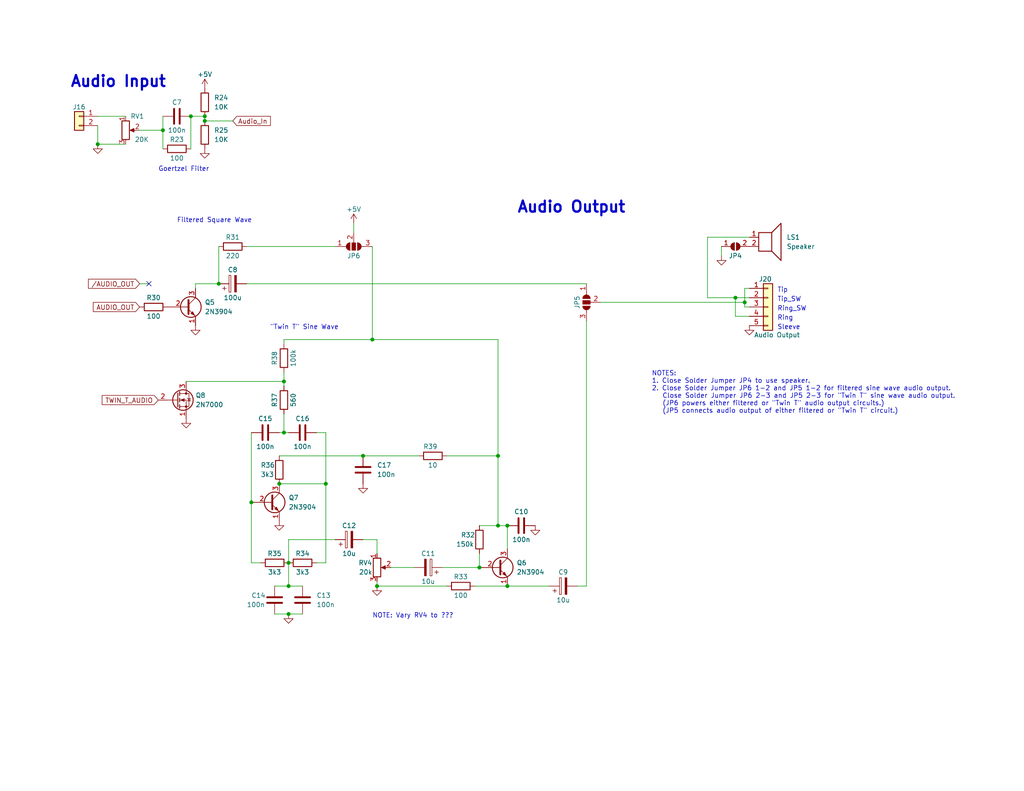
<source format=kicad_sch>
(kicad_sch (version 20230121) (generator eeschema)
  (paper "USLetter")
  (title_block (title "Arduino Mega2560 K3NG Keyer - Audio Circuits") (date "2024-03-12") (rev "0.1") (company "EZ Electronics"))
  (lib_symbols
    (symbol "Connector_Generic:Conn_01x02" (pin_names (offset 1.016) hide)
      (property "Reference" "J" (at 0 2.54 0))
      (property "Value" "Conn_01x02" (at 0 -5.08 0))
      (symbol "Conn_01x02_1_1"
        (rectangle (start -1.27 -2.413) (end 0 -2.667) (stroke (width 0.1524)))
        (rectangle (start -1.27 0.127) (end 0 -0.127) (stroke (width 0.1524)))
        (rectangle (start -1.27 1.27) (end 1.27 -3.81) (stroke (width 0.254)) (fill (type background)))
        (pin passive line (at -5.08 0 0) (length 3.81) (name "Pin_1") (number "1"))
        (pin passive line (at -5.08 -2.54 0) (length 3.81) (name "Pin_2") (number "2"))
      )
    )
    (symbol "Connector_Generic:Conn_01x05" (pin_names (offset 1.016) hide)
      (property "Reference" "J" (at 0 7.62 0))
      (property "Value" "Conn_01x05" (at 0 -7.62 0))
      (symbol "Conn_01x05_1_1"
        (rectangle (start -1.27 -4.953) (end 0 -5.207) (stroke (width 0.1524)))
        (rectangle (start -1.27 -2.413) (end 0 -2.667) (stroke (width 0.1524)))
        (rectangle (start -1.27 0.127) (end 0 -0.127) (stroke (width 0.1524)))
        (rectangle (start -1.27 2.667) (end 0 2.413) (stroke (width 0.1524)))
        (rectangle (start -1.27 5.207) (end 0 4.953) (stroke (width 0.1524)))
        (rectangle (start -1.27 6.35) (end 1.27 -6.35) (stroke (width 0.254)) (fill (type background)))
        (pin passive line (at -5.08 5.08 0) (length 3.81) (name "Pin_1") (number "1"))
        (pin passive line (at -5.08 2.54 0) (length 3.81) (name "Pin_2") (number "2"))
        (pin passive line (at -5.08 0 0) (length 3.81) (name "Pin_3") (number "3"))
        (pin passive line (at -5.08 -2.54 0) (length 3.81) (name "Pin_4") (number "4"))
        (pin passive line (at -5.08 -5.08 0) (length 3.81) (name "Pin_5") (number "5"))
      )
    )
    (symbol "Device:C" (pin_numbers hide) (pin_names (offset 0.254))
      (property "Reference" "C" (at 0.635 2.54 0))
      (property "Value" "C" (at 0.635 -2.54 0))
      (symbol "C_0_1"
        (polyline (pts (xy -2.032 -0.762) (xy 2.032 -0.762)) (stroke (width 0.508)))
        (polyline (pts (xy -2.032 0.762) (xy 2.032 0.762)) (stroke (width 0.508)))
      )
      (symbol "C_1_1"
        (pin passive line (at 0 3.81 270) (length 2.794) (name "~") (number "1"))
        (pin passive line (at 0 -3.81 90) (length 2.794) (name "~") (number "2"))
      )
    )
    (symbol "Device:C_Polarized" (pin_numbers hide) (pin_names (offset 0.254))
      (property "Reference" "C" (at 0.635 2.54 0))
      (property "Value" "C_Polarized" (at 0.635 -2.54 0))
      (symbol "C_Polarized_0_1"
        (rectangle (start -2.286 0.508) (end 2.286 1.016))
        (polyline (pts (xy -1.778 2.286) (xy -0.762 2.286)))
        (polyline (pts (xy -1.27 2.794) (xy -1.27 1.778)))
        (rectangle (start 2.286 -0.508) (end -2.286 -1.016) (fill (type outline)))
      )
      (symbol "C_Polarized_1_1"
        (pin passive line (at 0 3.81 270) (length 2.794) (name "~") (number "1"))
        (pin passive line (at 0 -3.81 90) (length 2.794) (name "~") (number "2"))
      )
    )
    (symbol "Device:R" (pin_numbers hide) (pin_names (offset 0))
      (property "Reference" "R" (at 2.032 0 90))
      (property "Value" "R" (at 0 0 90))
      (symbol "R_0_1"
        (rectangle (start -1.016 -2.54) (end 1.016 2.54) (stroke (width 0.254)))
      )
      (symbol "R_1_1"
        (pin passive line (at 0 3.81 270) (length 1.27) (name "~") (number "1"))
        (pin passive line (at 0 -3.81 90) (length 1.27) (name "~") (number "2"))
      )
    )
    (symbol "Device:R_Potentiometer" (pin_names (offset 1.016) hide)
      (property "Reference" "RV" (at -4.445 0 90))
      (property "Value" "R_Potentiometer" (at -2.54 0 90))
      (symbol "R_Potentiometer_0_1"
        (polyline (pts (xy 2.54 0) (xy 1.524 0)))
        (polyline (pts (xy 1.143 0) (xy 2.286 0.508) (xy 2.286 -0.508) (xy 1.143 0)) (fill (type outline)))
        (rectangle (start 1.016 2.54) (end -1.016 -2.54) (stroke (width 0.254)))
      )
      (symbol "R_Potentiometer_1_1"
        (pin passive line (at 0 3.81 270) (length 1.27) (name "1") (number "1"))
        (pin passive line (at 3.81 0 180) (length 1.27) (name "2") (number "2"))
        (pin passive line (at 0 -3.81 90) (length 1.27) (name "3") (number "3"))
      )
    )
    (symbol "Device:Speaker" (pin_names (offset 0) hide)
      (property "Reference" "LS" (at 1.27 5.715 0))
      (property "Value" "Speaker" (at 1.27 3.81 0))
      (symbol "Speaker_0_0"
        (rectangle (start -2.54 1.27) (end 1.016 -3.81) (stroke (width 0.254)))
        (polyline (pts (xy 1.016 1.27) (xy 3.556 3.81) (xy 3.556 -6.35) (xy 1.016 -3.81)) (stroke (width 0.254)))
      )
      (symbol "Speaker_1_1"
        (pin input line (at -5.08 0 0) (length 2.54) (name "1") (number "1"))
        (pin input line (at -5.08 -2.54 0) (length 2.54) (name "2") (number "2"))
      )
    )
    (symbol "Jumper:SolderJumper_2_Open" (pin_names (offset 0) hide)
      (property "Reference" "JP" (at 0 2.032 0))
      (property "Value" "SolderJumper_2_Open" (at 0 -2.54 0))
      (symbol "SolderJumper_2_Open_0_1"
        (arc (start -0.254 1.016) (mid -1.2656 0) (end -0.254 -1.016))
        (arc (start -0.254 1.016) (mid -1.2656 0) (end -0.254 -1.016) (fill (type outline)))
        (polyline (pts (xy -0.254 1.016) (xy -0.254 -1.016)))
        (polyline (pts (xy 0.254 1.016) (xy 0.254 -1.016)))
        (arc (start 0.254 -1.016) (mid 1.2656 0) (end 0.254 1.016))
        (arc (start 0.254 -1.016) (mid 1.2656 0) (end 0.254 1.016) (fill (type outline)))
      )
      (symbol "SolderJumper_2_Open_1_1"
        (pin passive line (at -3.81 0 0) (length 2.54) (name "A") (number "1"))
        (pin passive line (at 3.81 0 180) (length 2.54) (name "B") (number "2"))
      )
    )
    (symbol "Jumper:SolderJumper_3_Open" (pin_names (offset 0) hide)
      (property "Reference" "JP" (at -2.54 -2.54 0))
      (property "Value" "SolderJumper_3_Open" (at 0 2.794 0))
      (symbol "SolderJumper_3_Open_0_1"
        (arc (start -1.016 1.016) (mid -2.0276 0) (end -1.016 -1.016))
        (arc (start -1.016 1.016) (mid -2.0276 0) (end -1.016 -1.016) (fill (type outline)))
        (rectangle (start -0.508 1.016) (end 0.508 -1.016) (fill (type outline)))
        (polyline (pts (xy -2.54 0) (xy -2.032 0)))
        (polyline (pts (xy -1.016 1.016) (xy -1.016 -1.016)))
        (polyline (pts (xy 0 -1.27) (xy 0 -1.016)))
        (polyline (pts (xy 1.016 1.016) (xy 1.016 -1.016)))
        (polyline (pts (xy 2.54 0) (xy 2.032 0)))
        (arc (start 1.016 -1.016) (mid 2.0276 0) (end 1.016 1.016))
        (arc (start 1.016 -1.016) (mid 2.0276 0) (end 1.016 1.016) (fill (type outline)))
      )
      (symbol "SolderJumper_3_Open_1_1"
        (pin passive line (at -5.08 0 0) (length 2.54) (name "A") (number "1"))
        (pin passive line (at 0 -3.81 90) (length 2.54) (name "C") (number "2"))
        (pin passive line (at 5.08 0 180) (length 2.54) (name "B") (number "3"))
      )
    )
    (symbol "Transistor_BJT:2N3904" (pin_names (offset 0) hide)
      (property "Reference" "Q" (at 5.08 1.905 0))
      (property "Value" "2N3904" (at 5.08 0 0))
      (symbol "2N3904_0_1"
        (polyline (pts (xy 0.635 0.635) (xy 2.54 2.54)))
        (polyline (pts (xy 0.635 -0.635) (xy 2.54 -2.54) (xy 2.54 -2.54)))
        (polyline (pts (xy 0.635 1.905) (xy 0.635 -1.905) (xy 0.635 -1.905)) (stroke (width 0.508)))
        (polyline (pts (xy 1.27 -1.778) (xy 1.778 -1.27) (xy 2.286 -2.286) (xy 1.27 -1.778) (xy 1.27 -1.778)) (fill (type outline)))
        (circle (center 1.27 0) (radius 2.8194) (stroke (width 0.254)))
      )
      (symbol "2N3904_1_1"
        (pin passive line (at 2.54 -5.08 90) (length 2.54) (name "E") (number "1"))
        (pin passive line (at -5.08 0 0) (length 5.715) (name "B") (number "2"))
        (pin passive line (at 2.54 5.08 270) (length 2.54) (name "C") (number "3"))
      )
    )
    (symbol "Transistor_FET:2N7000" (pin_names hide)
      (property "Reference" "Q" (at 5.08 1.905 0))
      (property "Value" "2N7000" (at 5.08 0 0))
      (symbol "2N7000_0_1"
        (polyline (pts (xy 0.254 0) (xy -2.54 0)))
        (polyline (pts (xy 0.254 1.905) (xy 0.254 -1.905)) (stroke (width 0.254)))
        (polyline (pts (xy 0.762 -1.27) (xy 0.762 -2.286)) (stroke (width 0.254)))
        (polyline (pts (xy 0.762 0.508) (xy 0.762 -0.508)) (stroke (width 0.254)))
        (polyline (pts (xy 0.762 2.286) (xy 0.762 1.27)) (stroke (width 0.254)))
        (polyline (pts (xy 2.54 2.54) (xy 2.54 1.778)))
        (polyline (pts (xy 2.54 -2.54) (xy 2.54 0) (xy 0.762 0)))
        (polyline (pts (xy 0.762 -1.778) (xy 3.302 -1.778) (xy 3.302 1.778) (xy 0.762 1.778)))
        (polyline (pts (xy 1.016 0) (xy 2.032 0.381) (xy 2.032 -0.381) (xy 1.016 0)) (fill (type outline)))
        (polyline (pts (xy 2.794 0.508) (xy 2.921 0.381) (xy 3.683 0.381) (xy 3.81 0.254)))
        (polyline (pts (xy 3.302 0.381) (xy 2.921 -0.254) (xy 3.683 -0.254) (xy 3.302 0.381)))
        (circle (center 1.651 0) (radius 2.794) (stroke (width 0.254)))
        (circle (center 2.54 -1.778) (radius 0.254) (fill (type outline)))
        (circle (center 2.54 1.778) (radius 0.254) (fill (type outline)))
      )
      (symbol "2N7000_1_1"
        (pin passive line (at 2.54 -5.08 90) (length 2.54) (name "S") (number "1"))
        (pin input line (at -5.08 0 0) (length 2.54) (name "G") (number "2"))
        (pin passive line (at 2.54 5.08 270) (length 2.54) (name "D") (number "3"))
      )
    )
    (symbol "power:+5V" (power) (pin_names (offset 0))
      (property "Value" "+5V" (at 0 3.556 0))
      (symbol "+5V_0_1"
        (polyline (pts (xy -0.762 1.27) (xy 0 2.54)))
        (polyline (pts (xy 0 0) (xy 0 2.54)))
        (polyline (pts (xy 0 2.54) (xy 0.762 1.27)))
      )
      (symbol "+5V_1_1"
        (pin power_in line (at 0 0 90) (length 0) hide (name "+5V") (number "1"))
      )
    )
    (symbol "power:GND" (power) (pin_names (offset 0))
      (property "Value" "GND" (at 0 -3.81 0))
      (symbol "GND_0_1"
        (polyline (pts (xy 0 0) (xy 0 -1.27) (xy 1.27 -1.27) (xy 0 -2.54) (xy -1.27 -1.27) (xy 0 -1.27)))
      )
      (symbol "GND_1_1"
        (pin power_in line (at 0 0 270) (length 0) hide (name "GND") (number "1"))
      )
    )
  )
  (junction (at 77.47 118.11))
  (junction (at 44.45 35.56))
  (junction (at 200.66 81.28))
  (junction (at 101.6 92.71))
  (junction (at 78.74 153.67))
  (junction (at 130.81 154.94))
  (junction (at 52.07 31.75))
  (junction (at 138.43 143.51))
  (junction (at 138.43 160.02))
  (junction (at 68.58 137.16))
  (junction (at 55.88 31.75))
  (junction (at 88.9 132.08))
  (junction (at 77.47 104.14))
  (junction (at 59.69 77.47))
  (junction (at 78.74 160.02))
  (junction (at 76.2 132.08))
  (junction (at 55.88 33.02))
  (junction (at 102.87 160.02))
  (junction (at 78.74 167.64))
  (junction (at 99.06 124.46))
  (junction (at 203.2 82.55))
  (junction (at 135.89 143.51))
  (junction (at 26.67 39.37))
  (junction (at 135.89 124.46))
  (no_connect (at 40.64 77.47))
  (wire (pts (xy 203.2 78.74) (xy 203.2 82.55)))
  (wire (pts (xy 203.2 82.55) (xy 203.2 83.82)))
  (wire (pts (xy 55.88 31.75) (xy 55.88 33.02)))
  (wire (pts (xy 130.81 143.51) (xy 135.89 143.51)))
  (wire (pts (xy 26.67 31.75) (xy 34.29 31.75)))
  (wire (pts (xy 120.65 154.94) (xy 130.81 154.94)))
  (wire (pts (xy 204.47 81.28) (xy 200.66 81.28)))
  (wire (pts (xy 200.66 81.28) (xy 193.04 81.28)))
  (wire (pts (xy 135.89 143.51) (xy 138.43 143.51)))
  (wire (pts (xy 52.07 31.75) (xy 52.07 40.64)))
  (wire (pts (xy 102.87 147.32) (xy 102.87 151.13)))
  (wire (pts (xy 26.67 39.37) (xy 26.67 34.29)))
  (wire (pts (xy 78.74 160.02) (xy 82.55 160.02)))
  (wire (pts (xy 138.43 160.02) (xy 149.86 160.02)))
  (wire (pts (xy 200.66 81.28) (xy 200.66 86.36)))
  (wire (pts (xy 101.6 67.31) (xy 101.6 92.71)))
  (wire (pts (xy 77.47 92.71) (xy 101.6 92.71)))
  (wire (pts (xy 44.45 35.56) (xy 44.45 40.64)))
  (wire (pts (xy 88.9 118.11) (xy 86.36 118.11)))
  (wire (pts (xy 193.04 81.28) (xy 193.04 64.77)))
  (wire (pts (xy 102.87 160.02) (xy 102.87 158.75)))
  (wire (pts (xy 74.93 160.02) (xy 78.74 160.02)))
  (wire (pts (xy 77.47 101.6) (xy 77.47 104.14)))
  (wire (pts (xy 77.47 104.14) (xy 77.47 105.41)))
  (wire (pts (xy 135.89 124.46) (xy 135.89 143.51)))
  (wire (pts (xy 91.44 147.32) (xy 78.74 147.32)))
  (wire (pts (xy 78.74 153.67) (xy 78.74 160.02)))
  (wire (pts (xy 77.47 113.03) (xy 77.47 118.11)))
  (wire (pts (xy 55.88 33.02) (xy 63.5 33.02)))
  (wire (pts (xy 52.07 31.75) (xy 55.88 31.75)))
  (wire (pts (xy 121.92 160.02) (xy 102.87 160.02)))
  (wire (pts (xy 67.31 67.31) (xy 91.44 67.31)))
  (wire (pts (xy 99.06 124.46) (xy 114.3 124.46)))
  (wire (pts (xy 76.2 124.46) (xy 99.06 124.46)))
  (wire (pts (xy 106.68 154.94) (xy 113.03 154.94)))
  (wire (pts (xy 193.04 64.77) (xy 204.47 64.77)))
  (wire (pts (xy 121.92 124.46) (xy 135.89 124.46)))
  (wire (pts (xy 38.1 35.56) (xy 44.45 35.56)))
  (wire (pts (xy 204.47 78.74) (xy 203.2 78.74)))
  (wire (pts (xy 77.47 118.11) (xy 78.74 118.11)))
  (wire (pts (xy 101.6 92.71) (xy 135.89 92.71)))
  (wire (pts (xy 77.47 92.71) (xy 77.47 93.98)))
  (wire (pts (xy 38.1 77.47) (xy 40.64 77.47)))
  (wire (pts (xy 76.2 132.08) (xy 88.9 132.08)))
  (wire (pts (xy 68.58 118.11) (xy 68.58 137.16)))
  (wire (pts (xy 96.52 60.96) (xy 96.52 63.5)))
  (wire (pts (xy 204.47 83.82) (xy 203.2 83.82)))
  (wire (pts (xy 135.89 92.71) (xy 135.89 124.46)))
  (wire (pts (xy 59.69 67.31) (xy 59.69 77.47)))
  (wire (pts (xy 88.9 153.67) (xy 86.36 153.67)))
  (wire (pts (xy 130.81 151.13) (xy 130.81 154.94)))
  (wire (pts (xy 160.02 160.02) (xy 157.48 160.02)))
  (wire (pts (xy 26.67 39.37) (xy 34.29 39.37)))
  (wire (pts (xy 160.02 87.63) (xy 160.02 160.02)))
  (wire (pts (xy 88.9 132.08) (xy 88.9 153.67)))
  (wire (pts (xy 78.74 147.32) (xy 78.74 153.67)))
  (wire (pts (xy 196.85 69.85) (xy 196.85 67.31)))
  (wire (pts (xy 50.8 104.14) (xy 77.47 104.14)))
  (wire (pts (xy 68.58 153.67) (xy 68.58 137.16)))
  (wire (pts (xy 204.47 86.36) (xy 200.66 86.36)))
  (wire (pts (xy 78.74 167.64) (xy 82.55 167.64)))
  (wire (pts (xy 67.31 77.47) (xy 160.02 77.47)))
  (wire (pts (xy 163.83 82.55) (xy 203.2 82.55)))
  (wire (pts (xy 44.45 35.56) (xy 44.45 31.75)))
  (wire (pts (xy 71.12 153.67) (xy 68.58 153.67)))
  (wire (pts (xy 138.43 143.51) (xy 138.43 149.86)))
  (wire (pts (xy 129.54 160.02) (xy 138.43 160.02)))
  (wire (pts (xy 53.34 77.47) (xy 59.69 77.47)))
  (wire (pts (xy 53.34 78.74) (xy 53.34 77.47)))
  (wire (pts (xy 88.9 118.11) (xy 88.9 132.08)))
  (wire (pts (xy 99.06 147.32) (xy 102.87 147.32)))
  (wire (pts (xy 76.2 118.11) (xy 77.47 118.11)))
  (wire (pts (xy 74.93 167.64) (xy 78.74 167.64)))
  (text "Filtered Square Wave" (at 48.26 60.96 0) (effects (font (size 1.27 1.27)) (justify left bottom)))
  (text "Tip" (at 212.09 80.01 0) (effects (font (size 1.27 1.27)) (justify left bottom)))
  (text "NOTE: Vary RV4 to ???" (at 101.6 168.91 0) (effects (font (size 1.27 1.27)) (justify left bottom)))
  (text "\"Twin T\" Sine Wave" (at 73.66 90.17 0) (effects (font (size 1.27 1.27)) (justify left bottom)))
  (text "Audio Input" (at 19.05 24.13 0) (effects (font (size 3 3) (thickness 0.6) bold) (justify left bottom)))
  (text "Goertzel Filter" (at 43.18 46.99 0) (effects (font (size 1.27 1.27)) (justify left bottom)))
  (text "Ring" (at 212.09 87.63 0) (effects (font (size 1.27 1.27)) (justify left bottom)))
  (text "Sleeve" (at 212.09 90.17 0) (effects (font (size 1.27 1.27)) (justify left bottom)))
  (text "Tip_SW" (at 212.09 82.55 0) (effects (font (size 1.27 1.27)) (justify left bottom)))
  (text "NOTES:\n1. Close Solder Jumper JP4 to use speaker.\n2. Close Solder Jumper JP6 1-2 and JP5 1-2 for filtered sine wave audio output.\n   Close Solder Jumper JP6 2-3 and JP5 2-3 for \"Twin T\" sine wave audio output.\n   (JP6 powers either filtered or \"Twin T\" audio output circuits.)\n   (JP5 connects audio output of either filtered or \"Twin T\" circuit.)" (at 177.8 113.03 0) (effects (font (size 1.27 1.27)) (justify left bottom)))
  (text "Ring_SW" (at 212.09 85.09 0) (effects (font (size 1.27 1.27)) (justify left bottom)))
  (text "Audio Output" (at 140.97 58.42 0) (effects (font (size 3 3) (thickness 0.6) bold) (justify left bottom)))
  (global_label "AUDIO_OUT" (shape input) (at 38.1 83.82 180) (property "Intersheetrefs" "${INTERSHEET_REFS}" (effects hide)))
  (global_label "{slash}AUDIO_OUT" (shape input) (at 38.1 77.47 180) (property "Intersheetrefs" "${INTERSHEET_REFS}" (effects hide)))
  (global_label "Audio_In" (shape input) (at 63.5 33.02 0) (property "Intersheetrefs" "${INTERSHEET_REFS}" (effects hide)))
  (global_label "TWIN_T_AUDIO" (shape input) (at 43.18 109.22 180) (property "Intersheetrefs" "${INTERSHEET_REFS}" (effects hide)))
  (symbol (lib_id "Device:R") (at 55.88 27.94 0) (unit 1)
    (property "Reference" "R24" (at 58.42 26.67 0) (effects (justify left)))
    (property "Value" "10K" (at 58.42 29.21 0) (effects (justify left)))
  )
  (symbol (lib_id "Device:C") (at 82.55 118.11 90) (unit 1)
    (property "Reference" "C16" (at 82.55 114.3 90))
    (property "Value" "100n" (at 82.55 121.92 90))
    (property "Footprint" "Capacitor_SMD:C_1206_3216Metric" (effects hide))
    (property "JLCPCB_PN" "C3839854" (effects hide))
  )
  (symbol (lib_id "Transistor_BJT:2N3904") (at 50.8 83.82 0) (unit 1)
    (property "Reference" "Q5" (at 55.88 82.55 0) (effects (justify left)))
    (property "Value" "2N3904" (at 55.88 85.09 0) (effects (justify left)))
    (property "Footprint" "Package_TO_SOT_THT:TO-92_Inline" (effects hide))
    (property "Datasheet" "https://www.onsemi.com/pub/Collateral/2N3903-D.PDF" (effects hide))
  )
  (symbol (lib_id "Device:Speaker") (at 209.55 64.77 0) (unit 1)
    (property "Reference" "LS1" (at 214.63 64.77 0) (effects (justify left)))
    (property "Value" "Speaker" (at 214.63 67.31 0) (effects (justify left)))
  )
  (symbol (lib_id "power:GND") (at 99.06 132.08 0) (unit 1)
    (property "Reference" "#PWR041" (effects hide))
    (property "Value" "GND" (effects hide))
  )
  (symbol (lib_id "Jumper:SolderJumper_2_Open") (at 200.66 67.31 0) (unit 1)
    (property "Reference" "JP4" (at 200.66 69.85 0))
    (property "Value" "SolderJumper_2_Open" (effects hide))
  )
  (symbol (lib_id "Device:R") (at 130.81 147.32 0) (unit 1)
    (property "Reference" "R32" (at 125.73 146.05 0) (effects (justify left)))
    (property "Value" "150k" (at 124.46 148.59 0) (effects (justify left)))
  )
  (symbol (lib_id "Jumper:SolderJumper_3_Open") (at 96.52 67.31 0) (mirror x) (unit 1)
    (property "Reference" "JP6" (at 96.52 69.85 0))
    (property "Value" "SolderJumper_3_Open" (effects hide))
  )
  (symbol (lib_id "power:GND") (at 26.67 39.37 0) (unit 1)
    (property "Reference" "#PWR022" (effects hide))
    (property "Value" "GND" (effects hide))
  )
  (symbol (lib_id "Device:C") (at 72.39 118.11 90) (unit 1)
    (property "Reference" "C15" (at 72.39 114.3 90))
    (property "Value" "100n" (at 72.39 121.92 90))
    (property "Footprint" "Capacitor_SMD:C_1206_3216Metric" (effects hide))
    (property "JLCPCB_PN" "C3839854" (effects hide))
  )
  (symbol (lib_id "Device:C_Polarized") (at 153.67 160.02 90) (unit 1)
    (property "Reference" "C9" (at 153.67 156.21 90))
    (property "Value" "10u" (at 153.67 163.83 90))
  )
  (symbol (lib_id "Device:C") (at 48.26 31.75 90) (unit 1)
    (property "Reference" "C7" (at 48.26 27.94 90))
    (property "Value" "100n" (at 48.26 35.56 90))
    (property "Footprint" "Capacitor_SMD:C_1206_3216Metric" (effects hide))
    (property "JLCPCB_PN" "C3839854" (effects hide))
  )
  (symbol (lib_id "power:GND") (at 53.34 88.9 0) (unit 1)
    (property "Reference" "#PWR032" (effects hide))
    (property "Value" "GND" (effects hide))
  )
  (symbol (lib_id "Connector_Generic:Conn_01x05") (at 209.55 83.82 0) (unit 1)
    (property "Reference" "J20" (at 207.01 76.2 0) (effects (justify left)))
    (property "Value" "Audio Output" (at 205.74 91.44 0) (effects (justify left)))
  )
  (symbol (lib_id "power:GND") (at 196.85 69.85 0) (unit 1)
    (property "Reference" "#PWR034" (effects hide))
    (property "Value" "GND" (effects hide))
  )
  (symbol (lib_id "Jumper:SolderJumper_3_Open") (at 160.02 82.55 90) (mirror x) (unit 1)
    (property "Reference" "JP5" (at 157.48 82.55 0))
    (property "Value" "SolderJumper_3_Open" (effects hide))
  )
  (symbol (lib_id "power:GND") (at 204.47 88.9 0) (unit 1)
    (property "Reference" "#PWR035" (effects hide))
    (property "Value" "GND" (effects hide))
  )
  (symbol (lib_id "Device:R") (at 82.55 153.67 90) (unit 1)
    (property "Reference" "R34" (at 82.55 151.13 90))
    (property "Value" "3k3" (at 82.55 156.21 90))
  )
  (symbol (lib_id "Device:R") (at 125.73 160.02 90) (unit 1)
    (property "Reference" "R33" (at 125.73 157.48 90))
    (property "Value" "100" (at 125.73 162.56 90))
  )
  (symbol (lib_id "power:GND") (at 76.2 142.24 0) (unit 1)
    (property "Reference" "#PWR039" (effects hide))
    (property "Value" "GND" (effects hide))
  )
  (symbol (lib_id "Transistor_BJT:2N3904") (at 73.66 137.16 0) (unit 1)
    (property "Reference" "Q7" (at 78.74 135.89 0) (effects (justify left)))
    (property "Value" "2N3904" (at 78.74 138.43 0) (effects (justify left)))
    (property "Footprint" "Package_TO_SOT_THT:TO-92_Inline" (effects hide))
    (property "Datasheet" "https://www.onsemi.com/pub/Collateral/2N3903-D.PDF" (effects hide))
  )
  (symbol (lib_id "Transistor_FET:2N7000") (at 48.26 109.22 0) (unit 1)
    (property "Reference" "Q8" (at 53.34 107.95 0) (effects (justify left)))
    (property "Value" "2N7000" (at 53.34 110.49 0) (effects (justify left)))
    (property "Footprint" "Package_TO_SOT_THT:TO-92_Inline" (effects hide))
    (property "Datasheet" "https://www.vishay.com/docs/70226/70226.pdf" (effects hide))
  )
  (symbol (lib_id "power:GND") (at 55.88 40.64 0) (unit 1)
    (property "Reference" "#PWR024" (effects hide))
    (property "Value" "GND" (effects hide))
  )
  (symbol (lib_id "Device:R") (at 118.11 124.46 90) (unit 1)
    (property "Reference" "R39" (at 119.38 121.92 90) (effects (justify left)))
    (property "Value" "10" (at 119.38 127 90) (effects (justify left)))
  )
  (symbol (lib_id "Device:C") (at 142.24 143.51 90) (unit 1)
    (property "Reference" "C10" (at 142.24 139.7 90))
    (property "Value" "100n" (at 142.24 147.32 90))
    (property "Footprint" "Capacitor_SMD:C_1206_3216Metric" (effects hide))
    (property "JLCPCB_PN" "C3839854" (effects hide))
  )
  (symbol (lib_id "power:GND") (at 146.05 143.51 0) (unit 1)
    (property "Reference" "#PWR036" (effects hide))
    (property "Value" "GND" (effects hide))
  )
  (symbol (lib_id "Device:C_Polarized") (at 63.5 77.47 90) (unit 1)
    (property "Reference" "C8" (at 63.5 73.66 90))
    (property "Value" "100u" (at 63.5 81.28 90))
  )
  (symbol (lib_id "Device:R") (at 74.93 153.67 90) (unit 1)
    (property "Reference" "R35" (at 74.93 151.13 90))
    (property "Value" "3k3" (at 74.93 156.21 90))
  )
  (symbol (lib_id "Device:C_Polarized") (at 95.25 147.32 90) (unit 1)
    (property "Reference" "C12" (at 95.25 143.51 90))
    (property "Value" "10u" (at 95.25 151.13 90))
  )
  (symbol (lib_id "Device:R") (at 76.2 128.27 0) (unit 1)
    (property "Reference" "R36" (at 71.12 127 0) (effects (justify left)))
    (property "Value" "3k3" (at 71.12 129.54 0) (effects (justify left)))
  )
  (symbol (lib_id "Device:R") (at 63.5 67.31 90) (unit 1)
    (property "Reference" "R31" (at 63.5 64.77 90))
    (property "Value" "220" (at 63.5 69.85 90))
  )
  (symbol (lib_id "power:GND") (at 50.8 114.3 0) (unit 1)
    (property "Reference" "#PWR040" (effects hide))
    (property "Value" "GND" (effects hide))
  )
  (symbol (lib_id "Device:R") (at 55.88 36.83 0) (unit 1)
    (property "Reference" "R25" (at 58.42 35.56 0) (effects (justify left)))
    (property "Value" "10K" (at 58.42 38.1 0) (effects (justify left)))
  )
  (symbol (lib_id "Device:R") (at 48.26 40.64 90) (unit 1)
    (property "Reference" "R23" (at 48.26 38.1 90))
    (property "Value" "100" (at 48.26 43.18 90))
  )
  (symbol (lib_id "Device:R") (at 77.47 109.22 180) (unit 1)
    (property "Reference" "R37" (at 74.93 109.22 90))
    (property "Value" "560" (at 80.01 109.22 90))
  )
  (symbol (lib_id "Connector_Generic:Conn_01x02") (at 21.59 31.75 0) (mirror y) (unit 1)
    (property "Reference" "J16" (at 21.59 29.21 0))
    (property "Value" "Conn_01x02" (effects hide))
  )
  (symbol (lib_id "Device:R_Potentiometer") (at 102.87 154.94 0) (unit 1)
    (property "Reference" "RV4" (at 101.6 153.67 0) (effects (justify right)))
    (property "Value" "20k" (at 101.6 156.21 0) (effects (justify right)))
  )
  (symbol (lib_id "power:GND") (at 102.87 160.02 0) (unit 1)
    (property "Reference" "#PWR037" (effects hide))
    (property "Value" "GND" (effects hide))
  )
  (symbol (lib_id "power:GND") (at 78.74 167.64 0) (unit 1)
    (property "Reference" "#PWR038" (effects hide))
    (property "Value" "GND" (effects hide))
  )
  (symbol (lib_id "Device:C_Polarized") (at 116.84 154.94 270) (mirror x) (unit 1)
    (property "Reference" "C11" (at 116.84 151.13 90))
    (property "Value" "10u" (at 116.84 158.75 90))
  )
  (symbol (lib_id "Device:R") (at 41.91 83.82 90) (unit 1)
    (property "Reference" "R30" (at 41.91 81.28 90))
    (property "Value" "100" (at 41.91 86.36 90))
  )
  (symbol (lib_id "Device:R") (at 77.47 97.79 180) (unit 1)
    (property "Reference" "R38" (at 74.93 97.79 90))
    (property "Value" "100k" (at 80.01 97.79 90))
  )
  (symbol (lib_id "power:+5V") (at 96.52 60.96 0) (unit 1)
    (property "Reference" "#PWR033" (effects hide))
    (property "Value" "+5V" (at 96.52 57.15 0))
  )
  (symbol (lib_id "Device:C") (at 82.55 163.83 0) (unit 1)
    (property "Reference" "C13" (at 86.36 162.56 0) (effects (justify left)))
    (property "Value" "100n" (at 86.36 165.1 0) (effects (justify left)))
    (property "Footprint" "Capacitor_SMD:C_1206_3216Metric" (effects hide))
    (property "JLCPCB_PN" "C3839854" (effects hide))
  )
  (symbol (lib_id "Device:C") (at 99.06 128.27 0) (unit 1)
    (property "Reference" "C17" (at 102.87 127 0) (effects (justify left)))
    (property "Value" "100n" (at 102.87 129.54 0) (effects (justify left)))
    (property "Footprint" "Capacitor_SMD:C_1206_3216Metric" (effects hide))
    (property "JLCPCB_PN" "C3839854" (effects hide))
  )
  (symbol (lib_id "power:+5V") (at 55.88 24.13 0) (unit 1)
    (property "Reference" "#PWR023" (effects hide))
    (property "Value" "+5V" (at 55.88 20.32 0))
  )
  (symbol (lib_id "Transistor_BJT:2N3904") (at 135.89 154.94 0) (unit 1)
    (property "Reference" "Q6" (at 140.97 153.67 0) (effects (justify left)))
    (property "Value" "2N3904" (at 140.97 156.21 0) (effects (justify left)))
    (property "Footprint" "Package_TO_SOT_THT:TO-92_Inline" (effects hide))
    (property "Datasheet" "https://www.onsemi.com/pub/Collateral/2N3903-D.PDF" (effects hide))
  )
  (symbol (lib_id "Device:R_Potentiometer") (at 34.29 35.56 0) (unit 1)
    (property "Reference" "RV1" (at 39.37 31.75 0) (effects (justify right)))
    (property "Value" "20K" (at 40.64 38.1 0) (effects (justify right)))
  )
  (symbol (lib_id "Device:C") (at 74.93 163.83 0) (unit 1)
    (property "Reference" "C14" (at 68.58 162.56 0) (effects (justify left)))
    (property "Value" "100n" (at 67.31 165.1 0) (effects (justify left)))
    (property "Footprint" "Capacitor_SMD:C_1206_3216Metric" (effects hide))
    (property "JLCPCB_PN" "C3839854" (effects hide))
  )
)
</source>
